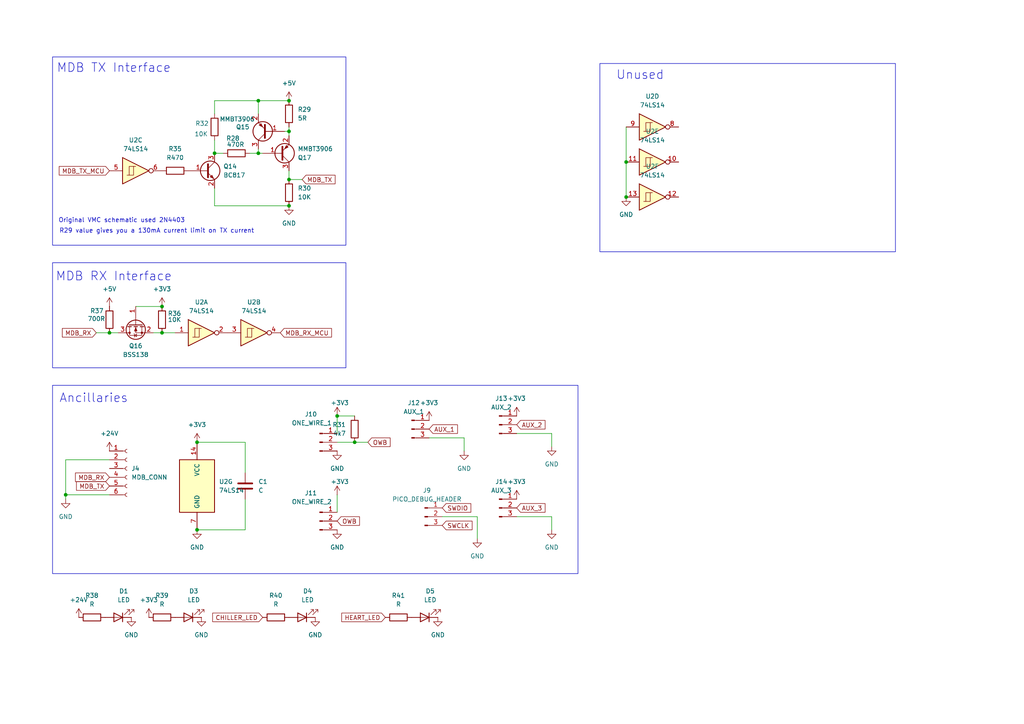
<source format=kicad_sch>
(kicad_sch (version 20250114) (generator "eeschema") (generator_version "9.0")
  (paper "A4")
  (lib_symbols
    (symbol "74xx:74LS14" (pin_names (offset 1.016))
      (property "Reference" "U" (at 0 1.27 0))
      (property "Value" "74LS14" (at 0 -1.27 0))
      (symbol "74LS14_1_0"
        (polyline (pts (xy -3.81 3.81) (xy -3.81 -3.81) (xy 3.81 0) (xy -3.81 3.81)) (stroke (width 0.254)) (fill (type background)))
        (pin input line (at -7.62 0 0) (length 3.81) (name "~") (number "1"))
        (pin output inverted (at 7.62 0 180) (length 3.81) (name "~") (number "2"))
      )
      (symbol "74LS14_1_1"
        (polyline (pts (xy -2.54 -1.27) (xy -0.635 -1.27) (xy -0.635 1.27) (xy 0 1.27)))
        (polyline (pts (xy -1.905 -1.27) (xy -1.905 1.27) (xy -0.635 1.27)))
      )
      (symbol "74LS14_2_0"
        (polyline (pts (xy -3.81 3.81) (xy -3.81 -3.81) (xy 3.81 0) (xy -3.81 3.81)) (stroke (width 0.254)) (fill (type background)))
        (pin input line (at -7.62 0 0) (length 3.81) (name "~") (number "3"))
        (pin output inverted (at 7.62 0 180) (length 3.81) (name "~") (number "4"))
      )
      (symbol "74LS14_2_1"
        (polyline (pts (xy -2.54 -1.27) (xy -0.635 -1.27) (xy -0.635 1.27) (xy 0 1.27)))
        (polyline (pts (xy -1.905 -1.27) (xy -1.905 1.27) (xy -0.635 1.27)))
      )
      (symbol "74LS14_3_0"
        (polyline (pts (xy -3.81 3.81) (xy -3.81 -3.81) (xy 3.81 0) (xy -3.81 3.81)) (stroke (width 0.254)) (fill (type background)))
        (pin input line (at -7.62 0 0) (length 3.81) (name "~") (number "5"))
        (pin output inverted (at 7.62 0 180) (length 3.81) (name "~") (number "6"))
      )
      (symbol "74LS14_3_1"
        (polyline (pts (xy -2.54 -1.27) (xy -0.635 -1.27) (xy -0.635 1.27) (xy 0 1.27)))
        (polyline (pts (xy -1.905 -1.27) (xy -1.905 1.27) (xy -0.635 1.27)))
      )
      (symbol "74LS14_4_0"
        (polyline (pts (xy -3.81 3.81) (xy -3.81 -3.81) (xy 3.81 0) (xy -3.81 3.81)) (stroke (width 0.254)) (fill (type background)))
        (pin input line (at -7.62 0 0) (length 3.81) (name "~") (number "9"))
        (pin output inverted (at 7.62 0 180) (length 3.81) (name "~") (number "8"))
      )
      (symbol "74LS14_4_1"
        (polyline (pts (xy -2.54 -1.27) (xy -0.635 -1.27) (xy -0.635 1.27) (xy 0 1.27)))
        (polyline (pts (xy -1.905 -1.27) (xy -1.905 1.27) (xy -0.635 1.27)))
      )
      (symbol "74LS14_5_0"
        (polyline (pts (xy -3.81 3.81) (xy -3.81 -3.81) (xy 3.81 0) (xy -3.81 3.81)) (stroke (width 0.254)) (fill (type background)))
        (pin input line (at -7.62 0 0) (length 3.81) (name "~") (number "11"))
        (pin output inverted (at 7.62 0 180) (length 3.81) (name "~") (number "10"))
      )
      (symbol "74LS14_5_1"
        (polyline (pts (xy -2.54 -1.27) (xy -0.635 -1.27) (xy -0.635 1.27) (xy 0 1.27)))
        (polyline (pts (xy -1.905 -1.27) (xy -1.905 1.27) (xy -0.635 1.27)))
      )
      (symbol "74LS14_6_0"
        (polyline (pts (xy -3.81 3.81) (xy -3.81 -3.81) (xy 3.81 0) (xy -3.81 3.81)) (stroke (width 0.254)) (fill (type background)))
        (pin input line (at -7.62 0 0) (length 3.81) (name "~") (number "13"))
        (pin output inverted (at 7.62 0 180) (length 3.81) (name "~") (number "12"))
      )
      (symbol "74LS14_6_1"
        (polyline (pts (xy -2.54 -1.27) (xy -0.635 -1.27) (xy -0.635 1.27) (xy 0 1.27)))
        (polyline (pts (xy -1.905 -1.27) (xy -1.905 1.27) (xy -0.635 1.27)))
      )
      (symbol "74LS14_7_0"
        (pin power_in line (at 0 12.7 270) (length 5.08) (name "VCC") (number "14"))
        (pin power_in line (at 0 -12.7 90) (length 5.08) (name "GND") (number "7"))
      )
      (symbol "74LS14_7_1"
        (rectangle (start -5.08 7.62) (end 5.08 -7.62) (stroke (width 0.254)) (fill (type background)))
      )
    )
    (symbol "Connector:Conn_01x03_Pin" (pin_names (offset 1.016) (hide yes))
      (property "Reference" "J" (at 0 5.08 0))
      (property "Value" "Conn_01x03_Pin" (at 0 -5.08 0))
      (symbol "Conn_01x03_Pin_1_1"
        (rectangle (start 0.8636 2.667) (end 0 2.413) (stroke (width 0.1524)) (fill (type outline)))
        (rectangle (start 0.8636 0.127) (end 0 -0.127) (stroke (width 0.1524)) (fill (type outline)))
        (rectangle (start 0.8636 -2.413) (end 0 -2.667) (stroke (width 0.1524)) (fill (type outline)))
        (polyline (pts (xy 1.27 2.54) (xy 0.8636 2.54)) (stroke (width 0.1524)))
        (polyline (pts (xy 1.27 0) (xy 0.8636 0)) (stroke (width 0.1524)))
        (polyline (pts (xy 1.27 -2.54) (xy 0.8636 -2.54)) (stroke (width 0.1524)))
        (pin passive line (at 5.08 2.54 180) (length 3.81) (name "Pin_1") (number "1"))
        (pin passive line (at 5.08 0 180) (length 3.81) (name "Pin_2") (number "2"))
        (pin passive line (at 5.08 -2.54 180) (length 3.81) (name "Pin_3") (number "3"))
      )
    )
    (symbol "Connector:Conn_01x06_Socket" (pin_names (offset 1.016) (hide yes))
      (property "Reference" "J" (at 0 7.62 0))
      (property "Value" "Conn_01x06_Socket" (at 0 -10.16 0))
      (symbol "Conn_01x06_Socket_1_1"
        (polyline (pts (xy -1.27 5.08) (xy -0.508 5.08)) (stroke (width 0.1524)))
        (polyline (pts (xy -1.27 2.54) (xy -0.508 2.54)) (stroke (width 0.1524)))
        (polyline (pts (xy -1.27 0) (xy -0.508 0)) (stroke (width 0.1524)))
        (polyline (pts (xy -1.27 -2.54) (xy -0.508 -2.54)) (stroke (width 0.1524)))
        (polyline (pts (xy -1.27 -5.08) (xy -0.508 -5.08)) (stroke (width 0.1524)))
        (polyline (pts (xy -1.27 -7.62) (xy -0.508 -7.62)) (stroke (width 0.1524)))
        (arc (start 0 4.572) (mid -0.5058 5.08) (end 0 5.588) (stroke (width 0.1524)))
        (arc (start 0 2.032) (mid -0.5058 2.54) (end 0 3.048) (stroke (width 0.1524)))
        (arc (start 0 -0.508) (mid -0.5058 0) (end 0 0.508) (stroke (width 0.1524)))
        (arc (start 0 -3.048) (mid -0.5058 -2.54) (end 0 -2.032) (stroke (width 0.1524)))
        (arc (start 0 -5.588) (mid -0.5058 -5.08) (end 0 -4.572) (stroke (width 0.1524)))
        (arc (start 0 -8.128) (mid -0.5058 -7.62) (end 0 -7.112) (stroke (width 0.1524)))
        (pin passive line (at -5.08 5.08 0) (length 3.81) (name "Pin_1") (number "1"))
        (pin passive line (at -5.08 2.54 0) (length 3.81) (name "Pin_2") (number "2"))
        (pin passive line (at -5.08 0 0) (length 3.81) (name "Pin_3") (number "3"))
        (pin passive line (at -5.08 -2.54 0) (length 3.81) (name "Pin_4") (number "4"))
        (pin passive line (at -5.08 -5.08 0) (length 3.81) (name "Pin_5") (number "5"))
        (pin passive line (at -5.08 -7.62 0) (length 3.81) (name "Pin_6") (number "6"))
      )
    )
    (symbol "Device:C" (pin_numbers (hide yes)) (pin_names (offset 0.254))
      (property "Reference" "C" (at 0.635 2.54 0))
      (property "Value" "C" (at 0.635 -2.54 0))
      (symbol "C_0_1"
        (polyline (pts (xy -2.032 0.762) (xy 2.032 0.762)) (stroke (width 0.508)))
        (polyline (pts (xy -2.032 -0.762) (xy 2.032 -0.762)) (stroke (width 0.508)))
      )
      (symbol "C_1_1"
        (pin passive line (at 0 3.81 270) (length 2.794) (name "~") (number "1"))
        (pin passive line (at 0 -3.81 90) (length 2.794) (name "~") (number "2"))
      )
    )
    (symbol "Device:LED" (pin_numbers (hide yes)) (pin_names (offset 1.016) (hide yes))
      (property "Reference" "D" (at 0 2.54 0))
      (property "Value" "LED" (at 0 -2.54 0))
      (symbol "LED_0_1"
        (polyline (pts (xy -3.048 -0.762) (xy -4.572 -2.286) (xy -3.81 -2.286) (xy -4.572 -2.286) (xy -4.572 -1.524)))
        (polyline (pts (xy -1.778 -0.762) (xy -3.302 -2.286) (xy -2.54 -2.286) (xy -3.302 -2.286) (xy -3.302 -1.524)))
        (polyline (pts (xy -1.27 0) (xy 1.27 0)))
        (polyline (pts (xy -1.27 -1.27) (xy -1.27 1.27)) (stroke (width 0.254)))
        (polyline (pts (xy 1.27 -1.27) (xy 1.27 1.27) (xy -1.27 0) (xy 1.27 -1.27)) (stroke (width 0.254)))
      )
      (symbol "LED_1_1"
        (pin passive line (at -3.81 0 0) (length 2.54) (name "K") (number "1"))
        (pin passive line (at 3.81 0 180) (length 2.54) (name "A") (number "2"))
      )
    )
    (symbol "Device:R" (pin_numbers (hide yes)) (pin_names (offset 0))
      (property "Reference" "R" (at 2.032 0 90))
      (property "Value" "R" (at 0 0 90))
      (symbol "R_0_1"
        (rectangle (start -1.016 -2.54) (end 1.016 2.54) (stroke (width 0.254)))
      )
      (symbol "R_1_1"
        (pin passive line (at 0 3.81 270) (length 1.27) (name "~") (number "1"))
        (pin passive line (at 0 -3.81 90) (length 1.27) (name "~") (number "2"))
      )
    )
    (symbol "GND_3" (power) (pin_numbers (hide yes)) (pin_names (offset 0) (hide yes))
      (property "Value" "GND" (at 0 -3.81 0))
      (symbol "GND_3_0_1"
        (polyline (pts (xy 0 0) (xy 0 -1.27) (xy 1.27 -1.27) (xy 0 -2.54) (xy -1.27 -1.27) (xy 0 -1.27)))
      )
      (symbol "GND_3_1_1"
        (pin power_in line (at 0 0 270) (length 0) (name "~") (number "1"))
      )
    )
    (symbol "GND_4" (power) (pin_numbers (hide yes)) (pin_names (offset 0) (hide yes))
      (property "Value" "GND" (at 0 -3.81 0))
      (symbol "GND_4_0_1"
        (polyline (pts (xy 0 0) (xy 0 -1.27) (xy 1.27 -1.27) (xy 0 -2.54) (xy -1.27 -1.27) (xy 0 -1.27)))
      )
      (symbol "GND_4_1_1"
        (pin power_in line (at 0 0 270) (length 0) (name "~") (number "1"))
      )
    )
    (symbol "Transistor_BJT:BC817" (pin_names (offset 0) (hide yes))
      (property "Reference" "Q" (at 5.08 1.905 0))
      (property "Value" "BC817" (at 5.08 0 0))
      (symbol "BC817_0_1"
        (polyline (pts (xy 0.635 1.905) (xy 0.635 -1.905) (xy 0.635 -1.905)) (stroke (width 0.508)))
        (polyline (pts (xy 0.635 0.635) (xy 2.54 2.54)))
        (polyline (pts (xy 0.635 -0.635) (xy 2.54 -2.54) (xy 2.54 -2.54)))
        (circle (center 1.27 0) (radius 2.8194) (stroke (width 0.254)))
        (polyline (pts (xy 1.27 -1.778) (xy 1.778 -1.27) (xy 2.286 -2.286) (xy 1.27 -1.778) (xy 1.27 -1.778)) (fill (type outline)))
      )
      (symbol "BC817_1_1"
        (pin input line (at -5.08 0 0) (length 5.715) (name "B") (number "1"))
        (pin passive line (at 2.54 5.08 270) (length 2.54) (name "C") (number "3"))
        (pin passive line (at 2.54 -5.08 90) (length 2.54) (name "E") (number "2"))
      )
    )
    (symbol "Transistor_BJT:MMBT3906" (pin_names (offset 0) (hide yes))
      (property "Reference" "Q" (at 5.08 1.905 0))
      (property "Value" "MMBT3906" (at 5.08 0 0))
      (symbol "MMBT3906_0_1"
        (polyline (pts (xy 0.635 1.905) (xy 0.635 -1.905) (xy 0.635 -1.905)) (stroke (width 0.508)))
        (polyline (pts (xy 0.635 0.635) (xy 2.54 2.54)))
        (polyline (pts (xy 0.635 -0.635) (xy 2.54 -2.54) (xy 2.54 -2.54)))
        (circle (center 1.27 0) (radius 2.8194) (stroke (width 0.254)))
        (polyline (pts (xy 2.286 -1.778) (xy 1.778 -2.286) (xy 1.27 -1.27) (xy 2.286 -1.778) (xy 2.286 -1.778)) (fill (type outline)))
      )
      (symbol "MMBT3906_1_1"
        (pin input line (at -5.08 0 0) (length 5.715) (name "B") (number "1"))
        (pin passive line (at 2.54 5.08 270) (length 2.54) (name "C") (number "3"))
        (pin passive line (at 2.54 -5.08 90) (length 2.54) (name "E") (number "2"))
      )
    )
    (symbol "Transistor_FET:BSS138" (pin_names (hide yes))
      (property "Reference" "Q" (at 5.08 1.905 0))
      (property "Value" "BSS138" (at 5.08 0 0))
      (symbol "BSS138_0_1"
        (polyline (pts (xy 0.254 1.905) (xy 0.254 -1.905)) (stroke (width 0.254)))
        (polyline (pts (xy 0.254 0) (xy -2.54 0)))
        (polyline (pts (xy 0.762 2.286) (xy 0.762 1.27)) (stroke (width 0.254)))
        (polyline (pts (xy 0.762 0.508) (xy 0.762 -0.508)) (stroke (width 0.254)))
        (polyline (pts (xy 0.762 -1.27) (xy 0.762 -2.286)) (stroke (width 0.254)))
        (polyline (pts (xy 0.762 -1.778) (xy 3.302 -1.778) (xy 3.302 1.778) (xy 0.762 1.778)))
        (polyline (pts (xy 1.016 0) (xy 2.032 0.381) (xy 2.032 -0.381) (xy 1.016 0)) (fill (type outline)))
        (circle (center 1.651 0) (radius 2.794) (stroke (width 0.254)))
        (polyline (pts (xy 2.54 2.54) (xy 2.54 1.778)))
        (circle (center 2.54 1.778) (radius 0.254) (fill (type outline)))
        (circle (center 2.54 -1.778) (radius 0.254) (fill (type outline)))
        (polyline (pts (xy 2.54 -2.54) (xy 2.54 0) (xy 0.762 0)))
        (polyline (pts (xy 2.794 0.508) (xy 2.921 0.381) (xy 3.683 0.381) (xy 3.81 0.254)))
        (polyline (pts (xy 3.302 0.381) (xy 2.921 -0.254) (xy 3.683 -0.254) (xy 3.302 0.381)))
      )
      (symbol "BSS138_1_1"
        (pin input line (at -5.08 0 0) (length 2.54) (name "G") (number "1"))
        (pin passive line (at 2.54 5.08 270) (length 2.54) (name "D") (number "3"))
        (pin passive line (at 2.54 -5.08 90) (length 2.54) (name "S") (number "2"))
      )
    )
    (symbol "power:+24V" (power) (pin_numbers (hide yes)) (pin_names (offset 0) (hide yes))
      (property "Value" "+24V" (at 0 3.556 0))
      (symbol "+24V_0_1"
        (polyline (pts (xy -0.762 1.27) (xy 0 2.54)))
        (polyline (pts (xy 0 2.54) (xy 0.762 1.27)))
        (polyline (pts (xy 0 0) (xy 0 2.54)))
      )
      (symbol "+24V_1_1"
        (pin power_in line (at 0 0 90) (length 0) (name "~") (number "1"))
      )
    )
    (symbol "power:+3V3" (power) (pin_numbers (hide yes)) (pin_names (offset 0) (hide yes))
      (property "Value" "+3V3" (at 0 3.556 0))
      (symbol "+3V3_0_1"
        (polyline (pts (xy -0.762 1.27) (xy 0 2.54)))
        (polyline (pts (xy 0 2.54) (xy 0.762 1.27)))
        (polyline (pts (xy 0 0) (xy 0 2.54)))
      )
      (symbol "+3V3_1_1"
        (pin power_in line (at 0 0 90) (length 0) (name "~") (number "1"))
      )
    )
    (symbol "power:+5V" (power) (pin_numbers (hide yes)) (pin_names (offset 0) (hide yes))
      (property "Value" "+5V" (at 0 3.556 0))
      (symbol "+5V_0_1"
        (polyline (pts (xy -0.762 1.27) (xy 0 2.54)))
        (polyline (pts (xy 0 2.54) (xy 0.762 1.27)))
        (polyline (pts (xy 0 0) (xy 0 2.54)))
      )
      (symbol "+5V_1_1"
        (pin power_in line (at 0 0 90) (length 0) (name "~") (number "1"))
      )
    )
    (symbol "power:GND" (power) (pin_numbers (hide yes)) (pin_names (offset 0) (hide yes))
      (property "Value" "GND" (at 0 -3.81 0))
      (symbol "GND_0_1"
        (polyline (pts (xy 0 0) (xy 0 -1.27) (xy 1.27 -1.27) (xy 0 -2.54) (xy -1.27 -1.27) (xy 0 -1.27)))
      )
      (symbol "GND_1_1"
        (pin power_in line (at 0 0 270) (length 0) (name "~") (number "1"))
      )
    )
  )
  (rectangle (start 173.99 18.415) (end 259.715 73.025))
  (rectangle (start 15.24 111.76) (end 167.64 166.37))
  (rectangle (start 15.24 76.2) (end 100.33 106.68))
  (rectangle (start 15.24 16.51) (end 100.33 71.12))
  (text "MDB RX Interface" (at 33.02 80.264 0) (effects (font (size 2.54 2.54))))
  (text "MDB TX Interface" (at 33.02 19.812 0) (effects (font (size 2.54 2.54))))
  (text "R29 value gives you a 130mA current limit on TX current" (at 45.466 67.056 0) (effects (font (size 1.27 1.27))))
  (text "Ancillaries" (at 27.178 115.57 0) (effects (font (size 2.54 2.54))))
  (text "Unused" (at 185.674 21.844 0) (effects (font (size 2.54 2.54))))
  (text "Original VMC schematic used 2N4403" (at 35.306 64.008 0) (effects (font (size 1.27 1.27))))
  (junction (at 181.61 57.15))
  (junction (at 102.87 128.27))
  (junction (at 97.79 120.65))
  (junction (at 83.82 52.07))
  (junction (at 83.82 29.21))
  (junction (at 83.82 38.1))
  (junction (at 74.93 44.45))
  (junction (at 74.93 29.21))
  (junction (at 83.82 59.69))
  (junction (at 57.15 128.27))
  (junction (at 62.23 44.45))
  (junction (at 57.15 153.67))
  (junction (at 19.05 143.51))
  (junction (at 31.75 96.52))
  (junction (at 46.99 88.9))
  (junction (at 181.61 46.99))
  (junction (at 46.99 96.52))
  (wire (pts (xy 97.79 120.65) (xy 97.79 125.73)))
  (wire (pts (xy 50.8 96.52) (xy 46.99 96.52)))
  (wire (pts (xy 97.79 143.51) (xy 97.79 148.59)))
  (wire (pts (xy 181.61 36.83) (xy 181.61 46.99)))
  (wire (pts (xy 83.82 52.07) (xy 87.63 52.07)))
  (wire (pts (xy 19.05 133.35) (xy 19.05 143.51)))
  (wire (pts (xy 124.46 127) (xy 134.62 127)))
  (wire (pts (xy 19.05 143.51) (xy 19.05 144.78)))
  (wire (pts (xy 46.99 96.52) (xy 44.45 96.52)))
  (wire (pts (xy 19.05 143.51) (xy 31.75 143.51)))
  (wire (pts (xy 97.79 120.65) (xy 102.87 120.65)))
  (wire (pts (xy 102.87 128.27) (xy 106.68 128.27)))
  (wire (pts (xy 31.75 96.52) (xy 34.29 96.52)))
  (wire (pts (xy 57.15 153.67) (xy 71.12 153.67)))
  (wire (pts (xy 160.02 125.73) (xy 160.02 129.54)))
  (wire (pts (xy 83.82 49.53) (xy 83.82 52.07)))
  (wire (pts (xy 149.86 149.86) (xy 160.02 149.86)))
  (wire (pts (xy 57.15 128.27) (xy 71.12 128.27)))
  (wire (pts (xy 72.39 44.45) (xy 74.93 44.45)))
  (wire (pts (xy 27.94 96.52) (xy 31.75 96.52)))
  (wire (pts (xy 62.23 40.64) (xy 62.23 44.45)))
  (wire (pts (xy 83.82 36.83) (xy 83.82 38.1)))
  (wire (pts (xy 62.23 59.69) (xy 83.82 59.69)))
  (wire (pts (xy 74.93 44.45) (xy 76.2 44.45)))
  (wire (pts (xy 134.62 127) (xy 134.62 130.81)))
  (wire (pts (xy 128.27 149.86) (xy 138.43 149.86)))
  (wire (pts (xy 83.82 29.21) (xy 74.93 29.21)))
  (wire (pts (xy 62.23 54.61) (xy 62.23 59.69)))
  (wire (pts (xy 39.37 88.9) (xy 46.99 88.9)))
  (wire (pts (xy 160.02 149.86) (xy 160.02 153.67)))
  (wire (pts (xy 19.05 133.35) (xy 31.75 133.35)))
  (wire (pts (xy 74.93 29.21) (xy 74.93 33.02)))
  (wire (pts (xy 82.55 38.1) (xy 83.82 38.1)))
  (wire (pts (xy 83.82 38.1) (xy 83.82 39.37)))
  (wire (pts (xy 71.12 128.27) (xy 71.12 137.16)))
  (wire (pts (xy 149.86 125.73) (xy 160.02 125.73)))
  (wire (pts (xy 62.23 29.21) (xy 62.23 33.02)))
  (wire (pts (xy 74.93 29.21) (xy 62.23 29.21)))
  (wire (pts (xy 74.93 43.18) (xy 74.93 44.45)))
  (wire (pts (xy 64.77 44.45) (xy 62.23 44.45)))
  (wire (pts (xy 97.79 128.27) (xy 102.87 128.27)))
  (wire (pts (xy 181.61 46.99) (xy 181.61 57.15)))
  (wire (pts (xy 71.12 144.78) (xy 71.12 153.67)))
  (wire (pts (xy 138.43 149.86) (xy 138.43 156.21)))
  (global_label "MDB_TX" (shape input) (at 31.75 140.97 180) (property "Intersheetrefs" "${INTERSHEET_REFS}" (effects (hide yes))))
  (global_label "MDB_RX" (shape input) (at 27.94 96.52 180) (property "Intersheetrefs" "${INTERSHEET_REFS}" (effects (hide yes))))
  (global_label "AUX_3" (shape input) (at 149.86 147.32 0) (property "Intersheetrefs" "${INTERSHEET_REFS}" (effects (hide yes))))
  (global_label "MDB_TX" (shape input) (at 87.63 52.07 0) (property "Intersheetrefs" "${INTERSHEET_REFS}" (effects (hide yes))))
  (global_label "AUX_2" (shape input) (at 149.86 123.19 0) (property "Intersheetrefs" "${INTERSHEET_REFS}" (effects (hide yes))))
  (global_label "OWB" (shape input) (at 106.68 128.27 0) (property "Intersheetrefs" "${INTERSHEET_REFS}" (effects (hide yes))))
  (global_label "MDB_RX_MCU" (shape input) (at 81.28 96.52 0) (property "Intersheetrefs" "${INTERSHEET_REFS}" (effects (hide yes))))
  (global_label "MDB_RX" (shape input) (at 31.75 138.43 180) (property "Intersheetrefs" "${INTERSHEET_REFS}" (effects (hide yes))))
  (global_label "CHILLER_LED" (shape input) (at 76.2 179.07 180) (property "Intersheetrefs" "${INTERSHEET_REFS}" (effects (hide yes))))
  (global_label "MDB_TX_MCU" (shape input) (at 31.75 49.53 180) (property "Intersheetrefs" "${INTERSHEET_REFS}" (effects (hide yes))))
  (global_label "SWCLK" (shape input) (at 128.27 152.4 0) (property "Intersheetrefs" "${INTERSHEET_REFS}" (effects (hide yes))))
  (global_label "AUX_1" (shape input) (at 124.46 124.46 0) (property "Intersheetrefs" "${INTERSHEET_REFS}" (effects (hide yes))))
  (global_label "OWB" (shape input) (at 97.79 151.13 0) (property "Intersheetrefs" "${INTERSHEET_REFS}" (effects (hide yes))))
  (global_label "SWDIO" (shape input) (at 128.27 147.32 0) (property "Intersheetrefs" "${INTERSHEET_REFS}" (effects (hide yes))))
  (global_label "HEART_LED" (shape input) (at 111.76 179.07 180) (property "Intersheetrefs" "${INTERSHEET_REFS}" (effects (hide yes))))
  (symbol (lib_id "74xx:74LS14") (at 189.23 57.15 0) (unit 6)
    (property "Reference" "U2" (at 189.23 48.26 0))
    (property "Value" "74LS14" (at 189.23 50.8 0))
    (property "Footprint" "Package_SO:SOIC-14_3.9x8.7mm_P1.27mm" (effects (hide yes)))
    (property "Datasheet" "http://www.ti.com/lit/gpn/sn74LS14" (effects (hide yes)))
    (property "Description" "Hex inverter schmitt trigger" (effects (hide yes)))
  )
  (symbol (lib_id "74xx:74LS14") (at 39.37 49.53 0) (unit 3)
    (property "Reference" "U2" (at 39.37 40.64 0))
    (property "Value" "74LS14" (at 39.37 43.18 0))
    (property "Footprint" "Package_SO:SOIC-14_3.9x8.7mm_P1.27mm" (effects (hide yes)))
    (property "Datasheet" "http://www.ti.com/lit/gpn/sn74LS14" (effects (hide yes)))
    (property "Description" "Hex inverter schmitt trigger" (effects (hide yes)))
  )
  (symbol (lib_id "power:+24V") (at 31.75 130.81 0) (unit 1)
    (property "Reference" "#PWR050" (effects (hide yes)))
    (property "Value" "+24V" (at 31.75 125.73 0))
    (property "Description" "Power symbol creates a global label with name \"+24V\"" (effects (hide yes)))
  )
  (symbol (lib_id "power:+3V3") (at 43.18 179.07 0) (unit 1)
    (property "Reference" "#PWR073" (effects (hide yes)))
    (property "Value" "+3V3" (at 43.18 173.99 0))
    (property "Description" "Power symbol creates a global label with name \"+3V3\"" (effects (hide yes)))
  )
  (symbol (lib_id "power:+3V3") (at 57.15 128.27 0) (unit 1)
    (property "Reference" "#PWR044" (effects (hide yes)))
    (property "Value" "+3V3" (at 57.15 123.19 0))
    (property "Description" "Power symbol creates a global label with name \"+3V3\"" (effects (hide yes)))
  )
  (symbol (lib_id "Device:R") (at 102.87 124.46 0) (mirror y) (unit 1)
    (property "Reference" "R31" (at 100.33 123.1899 0) (effects (justify left)))
    (property "Value" "4k7" (at 100.33 125.7299 0) (effects (justify left)))
    (property "Footprint" "Resistor_SMD:R_1206_3216Metric" (effects (hide yes)))
    (property "Description" "Resistor" (effects (hide yes)))
  )
  (symbol (lib_id "power:GND") (at 97.79 153.67 0) (unit 1)
    (property "Reference" "#PWR068" (effects (hide yes)))
    (property "Value" "GND" (at 97.79 158.75 0))
    (property "Description" "Power symbol creates a global label with name \"GND\" , ground" (effects (hide yes)))
  )
  (symbol (lib_id "power:+3V3") (at 97.79 120.65 0) (unit 1)
    (property "Reference" "#PWR067" (effects (hide yes)))
    (property "Value" "+3V3" (at 98.552 116.84 0))
    (property "Description" "Power symbol creates a global label with name \"+3V3\"" (effects (hide yes)))
  )
  (symbol (lib_id "power:GND") (at 38.1 179.07 0) (unit 1)
    (property "Reference" "#PWR069" (effects (hide yes)))
    (property "Value" "GND" (at 38.1 184.15 0))
    (property "Description" "Power symbol creates a global label with name \"GND\" , ground" (effects (hide yes)))
  )
  (symbol (lib_id "Connector:Conn_01x03_Pin") (at 92.71 151.13 0) (unit 1)
    (property "Reference" "J11" (at 90.17 143.002 0))
    (property "Value" "ONE_WIRE_2" (at 90.424 145.542 0))
    (property "Footprint" "Connector_JST:JST_PH_B3B-PH-K_1x03_P2.00mm_Vertical" (effects (hide yes)))
    (property "Description" "Generic connector, single row, 01x03, script generated" (effects (hide yes)))
  )
  (symbol (lib_id "Connector:Conn_01x03_Pin") (at 119.38 124.46 0) (unit 1)
    (property "Reference" "J12" (at 120.015 116.84 0))
    (property "Value" "AUX_1" (at 120.015 119.38 0))
    (property "Footprint" "Connector_JST:JST_PH_B3B-PH-K_1x03_P2.00mm_Vertical" (effects (hide yes)))
    (property "Description" "Generic connector, single row, 01x03, script generated" (effects (hide yes)))
  )
  (symbol (lib_id "power:+3V3") (at 149.86 120.65 0) (unit 1)
    (property "Reference" "#PWR077" (effects (hide yes)))
    (property "Value" "+3V3" (at 149.86 115.57 0))
    (property "Description" "Power symbol creates a global label with name \"+3V3\"" (effects (hide yes)))
  )
  (symbol (lib_id "power:GND") (at 91.44 179.07 0) (unit 1)
    (property "Reference" "#PWR071" (effects (hide yes)))
    (property "Value" "GND" (at 91.44 184.15 0))
    (property "Description" "Power symbol creates a global label with name \"GND\" , ground" (effects (hide yes)))
  )
  (symbol (lib_id "Connector:Conn_01x03_Pin") (at 123.19 149.86 0) (unit 1)
    (property "Reference" "J9" (at 123.825 142.24 0))
    (property "Value" "PICO_DEBUG_HEADER" (at 123.825 144.78 0))
    (property "Footprint" "Connector_PinSocket_2.54mm:PinSocket_1x03_P2.54mm_Vertical" (effects (hide yes)))
    (property "Description" "Generic connector, single row, 01x03, script generated" (effects (hide yes)))
  )
  (symbol (lib_id "Connector:Conn_01x03_Pin") (at 144.78 123.19 0) (unit 1)
    (property "Reference" "J13" (at 145.415 115.57 0))
    (property "Value" "AUX_2" (at 145.415 118.11 0))
    (property "Footprint" "Connector_JST:JST_PH_B3B-PH-K_1x03_P2.00mm_Vertical" (effects (hide yes)))
    (property "Description" "Generic connector, single row, 01x03, script generated" (effects (hide yes)))
  )
  (symbol (lib_id "Transistor_BJT:BC817") (at 59.69 49.53 0) (unit 1)
    (property "Reference" "Q14" (at 64.77 48.2599 0) (effects (justify left)))
    (property "Value" "BC817" (at 64.77 50.7999 0) (effects (justify left)))
    (property "Footprint" "Package_TO_SOT_SMD:SOT-23" (effects (hide yes)))
    (property "Datasheet" "https://www.onsemi.com/pub/Collateral/BC818-D.pdf" (effects (hide yes)))
    (property "Description" "0.8A Ic, 45V Vce, NPN Transistor, SOT-23" (effects (hide yes)))
  )
  (symbol (lib_id "Device:R") (at 83.82 33.02 0) (unit 1)
    (property "Reference" "R29" (at 86.36 31.7499 0) (effects (justify left)))
    (property "Value" "5R" (at 86.36 34.2899 0) (effects (justify left)))
    (property "Footprint" "Resistor_SMD:R_1206_3216Metric" (effects (hide yes)))
    (property "Description" "Resistor" (effects (hide yes)))
  )
  (symbol (lib_id "power:GND") (at 19.05 144.78 0) (unit 1)
    (property "Reference" "#PWR051" (effects (hide yes)))
    (property "Value" "GND" (at 19.05 149.86 0))
    (property "Description" "Power symbol creates a global label with name \"GND\" , ground" (effects (hide yes)))
  )
  (symbol (lib_id "Device:LED") (at 87.63 179.07 180) (unit 1)
    (property "Reference" "D4" (at 89.2175 171.45 0))
    (property "Value" "LED" (at 89.2175 173.99 0))
    (property "Footprint" "LED_SMD:LED_1206_3216Metric_Pad1.42x1.75mm_HandSolder" (effects (hide yes)))
    (property "Description" "Light emitting diode" (effects (hide yes)))
    (property "Sim.Pins" "1=K 2=A" (effects (hide yes)))
  )
  (symbol (lib_id "Transistor_BJT:MMBT3906") (at 81.28 44.45 0) (mirror x) (unit 1)
    (property "Reference" "Q17" (at 86.36 45.7201 0) (effects (justify left)))
    (property "Value" "MMBT3906" (at 86.36 43.1801 0) (effects (justify left)))
    (property "Footprint" "Package_TO_SOT_SMD:SOT-23" (effects (hide yes)))
    (property "Datasheet" "https://www.onsemi.com/pdf/datasheet/pzt3906-d.pdf" (effects (hide yes)))
    (property "Description" "-0.2A Ic, -40V Vce, Small Signal PNP Transistor, SOT-23" (effects (hide yes)))
  )
  (symbol (lib_id "power:+24V") (at 22.86 179.07 0) (unit 1)
    (property "Reference" "#PWR072" (effects (hide yes)))
    (property "Value" "+24V" (at 22.86 173.99 0))
    (property "Description" "Power symbol creates a global label with name \"+24V\"" (effects (hide yes)))
  )
  (symbol (lib_id "74xx:74LS14") (at 57.15 140.97 0) (unit 7)
    (property "Reference" "U2" (at 63.5 139.6999 0) (effects (justify left)))
    (property "Value" "74LS14" (at 63.5 142.2399 0) (effects (justify left)))
    (property "Footprint" "Package_SO:SOIC-14_3.9x8.7mm_P1.27mm" (effects (hide yes)))
    (property "Datasheet" "http://www.ti.com/lit/gpn/sn74LS14" (effects (hide yes)))
    (property "Description" "Hex inverter schmitt trigger" (effects (hide yes)))
  )
  (symbol (lib_id "power:+3V3") (at 97.79 143.51 0) (unit 1)
    (property "Reference" "#PWR065" (effects (hide yes)))
    (property "Value" "+3V3" (at 98.552 139.7 0))
    (property "Description" "Power symbol creates a global label with name \"+3V3\"" (effects (hide yes)))
  )
  (symbol (lib_id "Device:LED") (at 123.19 179.07 180) (unit 1)
    (property "Reference" "D5" (at 124.7775 171.45 0))
    (property "Value" "LED" (at 124.7775 173.99 0))
    (property "Footprint" "LED_SMD:LED_1206_3216Metric_Pad1.42x1.75mm_HandSolder" (effects (hide yes)))
    (property "Description" "Light emitting diode" (effects (hide yes)))
    (property "Sim.Pins" "1=K 2=A" (effects (hide yes)))
  )
  (symbol (lib_id "Transistor_FET:BSS138") (at 39.37 93.98 90) (mirror x) (unit 1)
    (property "Reference" "Q16" (at 39.37 100.33 90))
    (property "Value" "BSS138" (at 39.37 102.87 90))
    (property "Footprint" "Package_TO_SOT_SMD:SOT-23" (effects (hide yes)))
    (property "Datasheet" "https://www.onsemi.com/pub/Collateral/BSS138-D.PDF" (effects (hide yes)))
    (property "Description" "50V Vds, 0.22A Id, N-Channel MOSFET, SOT-23" (effects (hide yes)))
  )
  (symbol (lib_id "Device:C") (at 71.12 140.97 0) (unit 1)
    (property "Reference" "C1" (at 74.93 139.6999 0) (effects (justify left)))
    (property "Value" "C" (at 74.93 142.2399 0) (effects (justify left)))
    (property "Footprint" "Capacitor_SMD:C_1206_3216Metric" (effects (hide yes)))
    (property "Description" "Unpolarized capacitor" (effects (hide yes)))
  )
  (symbol (lib_id "power:GND") (at 58.42 179.07 0) (unit 1)
    (property "Reference" "#PWR070" (effects (hide yes)))
    (property "Value" "GND" (at 58.42 184.15 0))
    (property "Description" "Power symbol creates a global label with name \"GND\" , ground" (effects (hide yes)))
  )
  (symbol (lib_id "Device:R") (at 26.67 179.07 90) (unit 1)
    (property "Reference" "R38" (at 26.67 172.72 90))
    (property "Value" "R" (at 26.67 175.26 90))
    (property "Footprint" "Resistor_SMD:R_1206_3216Metric" (effects (hide yes)))
    (property "Description" "Resistor" (effects (hide yes)))
  )
  (symbol (lib_id "Connector:Conn_01x03_Pin") (at 92.71 128.27 0) (unit 1)
    (property "Reference" "J10" (at 90.17 120.142 0))
    (property "Value" "ONE_WIRE_1" (at 90.424 122.682 0))
    (property "Footprint" "Connector_JST:JST_PH_B3B-PH-K_1x03_P2.00mm_Vertical" (effects (hide yes)))
    (property "Description" "Generic connector, single row, 01x03, script generated" (effects (hide yes)))
  )
  (symbol (lib_id "Device:R") (at 115.57 179.07 90) (unit 1)
    (property "Reference" "R41" (at 115.57 172.72 90))
    (property "Value" "R" (at 115.57 175.26 90))
    (property "Footprint" "Resistor_SMD:R_1206_3216Metric" (effects (hide yes)))
    (property "Description" "Resistor" (effects (hide yes)))
  )
  (symbol (lib_id "power:+5V") (at 83.82 29.21 0) (unit 1)
    (property "Reference" "#PWR042" (effects (hide yes)))
    (property "Value" "+5V" (at 83.82 24.13 0))
    (property "Description" "Power symbol creates a global label with name \"+5V\"" (effects (hide yes)))
  )
  (symbol (lib_id "Connector:Conn_01x03_Pin") (at 144.78 147.32 0) (unit 1)
    (property "Reference" "J14" (at 145.415 139.7 0))
    (property "Value" "AUX_3" (at 145.415 142.24 0))
    (property "Footprint" "Connector_JST:JST_PH_B3B-PH-K_1x03_P2.00mm_Vertical" (effects (hide yes)))
    (property "Description" "Generic connector, single row, 01x03, script generated" (effects (hide yes)))
  )
  (symbol (lib_id "Device:R") (at 50.8 49.53 90) (unit 1)
    (property "Reference" "R35" (at 50.8 43.18 90))
    (property "Value" "R470" (at 50.8 45.72 90))
    (property "Footprint" "Resistor_SMD:R_1206_3216Metric" (effects (hide yes)))
    (property "Description" "Resistor" (effects (hide yes)))
  )
  (symbol (lib_id "74xx:74LS14") (at 58.42 96.52 0) (unit 1)
    (property "Reference" "U2" (at 58.42 87.63 0))
    (property "Value" "74LS14" (at 58.42 90.17 0))
    (property "Footprint" "Package_SO:SOIC-14_3.9x8.7mm_P1.27mm" (effects (hide yes)))
    (property "Datasheet" "http://www.ti.com/lit/gpn/sn74LS14" (effects (hide yes)))
    (property "Description" "Hex inverter schmitt trigger" (effects (hide yes)))
  )
  (symbol (lib_name "GND_3") (lib_id "power:GND") (at 134.62 130.81 0) (unit 1)
    (property "Reference" "#PWR075" (effects (hide yes)))
    (property "Value" "GND" (at 134.62 135.89 0))
    (property "Description" "Power symbol creates a global label with name \"GND\" , ground" (effects (hide yes)))
  )
  (symbol (lib_id "Device:LED") (at 54.61 179.07 180) (unit 1)
    (property "Reference" "D3" (at 56.1975 171.45 0))
    (property "Value" "LED" (at 56.1975 173.99 0))
    (property "Footprint" "LED_SMD:LED_1206_3216Metric_Pad1.42x1.75mm_HandSolder" (effects (hide yes)))
    (property "Description" "Light emitting diode" (effects (hide yes)))
    (property "Sim.Pins" "1=K 2=A" (effects (hide yes)))
  )
  (symbol (lib_name "GND_3") (lib_id "power:GND") (at 160.02 153.67 0) (unit 1)
    (property "Reference" "#PWR080" (effects (hide yes)))
    (property "Value" "GND" (at 160.02 158.75 0))
    (property "Description" "Power symbol creates a global label with name \"GND\" , ground" (effects (hide yes)))
  )
  (symbol (lib_name "GND_3") (lib_id "power:GND") (at 160.02 129.54 0) (unit 1)
    (property "Reference" "#PWR078" (effects (hide yes)))
    (property "Value" "GND" (at 160.02 134.62 0))
    (property "Description" "Power symbol creates a global label with name \"GND\" , ground" (effects (hide yes)))
  )
  (symbol (lib_id "power:+5V") (at 31.75 88.9 0) (unit 1)
    (property "Reference" "#PWR063" (effects (hide yes)))
    (property "Value" "+5V" (at 31.75 83.82 0))
    (property "Description" "Power symbol creates a global label with name \"+5V\"" (effects (hide yes)))
  )
  (symbol (lib_id "power:+3V3") (at 124.46 121.92 0) (unit 1)
    (property "Reference" "#PWR076" (effects (hide yes)))
    (property "Value" "+3V3" (at 124.46 116.84 0))
    (property "Description" "Power symbol creates a global label with name \"+3V3\"" (effects (hide yes)))
  )
  (symbol (lib_id "Device:LED") (at 34.29 179.07 180) (unit 1)
    (property "Reference" "D1" (at 35.8775 171.45 0))
    (property "Value" "LED" (at 35.8775 173.99 0))
    (property "Footprint" "LED_SMD:LED_1206_3216Metric_Pad1.42x1.75mm_HandSolder" (effects (hide yes)))
    (property "Description" "Light emitting diode" (effects (hide yes)))
    (property "Sim.Pins" "1=K 2=A" (effects (hide yes)))
  )
  (symbol (lib_id "Device:R") (at 62.23 36.83 0) (unit 1)
    (property "Reference" "R32" (at 56.642 35.814 0) (effects (justify left)))
    (property "Value" "10K" (at 56.388 38.862 0) (effects (justify left)))
    (property "Footprint" "Resistor_SMD:R_1206_3216Metric" (effects (hide yes)))
    (property "Description" "Resistor" (effects (hide yes)))
  )
  (symbol (lib_id "Device:R") (at 31.75 92.71 0) (unit 1)
    (property "Reference" "R37" (at 26.162 90.17 0) (effects (justify left)))
    (property "Value" "700R" (at 25.4 92.456 0) (effects (justify left)))
    (property "Footprint" "Resistor_SMD:R_1206_3216Metric" (effects (hide yes)))
    (property "Description" "Resistor" (effects (hide yes)))
  )
  (symbol (lib_id "Device:R") (at 46.99 92.71 180) (unit 1)
    (property "Reference" "R36" (at 52.578 90.932 0) (effects (justify left)))
    (property "Value" "10K" (at 52.578 92.71 0) (effects (justify left)))
    (property "Footprint" "Resistor_SMD:R_1206_3216Metric" (effects (hide yes)))
    (property "Description" "Resistor" (effects (hide yes)))
  )
  (symbol (lib_id "Device:R") (at 80.01 179.07 90) (unit 1)
    (property "Reference" "R40" (at 80.01 172.72 90))
    (property "Value" "R" (at 80.01 175.26 90))
    (property "Footprint" "Resistor_SMD:R_1206_3216Metric" (effects (hide yes)))
    (property "Description" "Resistor" (effects (hide yes)))
  )
  (symbol (lib_id "power:GND") (at 97.79 130.81 0) (unit 1)
    (property "Reference" "#PWR066" (effects (hide yes)))
    (property "Value" "GND" (at 97.79 135.89 0))
    (property "Description" "Power symbol creates a global label with name \"GND\" , ground" (effects (hide yes)))
  )
  (symbol (lib_id "Device:R") (at 46.99 179.07 90) (unit 1)
    (property "Reference" "R39" (at 46.99 172.72 90))
    (property "Value" "R" (at 46.99 175.26 90))
    (property "Footprint" "Resistor_SMD:R_1206_3216Metric" (effects (hide yes)))
    (property "Description" "Resistor" (effects (hide yes)))
  )
  (symbol (lib_id "power:+3V3") (at 149.86 144.78 0) (unit 1)
    (property "Reference" "#PWR079" (effects (hide yes)))
    (property "Value" "+3V3" (at 149.86 139.7 0))
    (property "Description" "Power symbol creates a global label with name \"+3V3\"" (effects (hide yes)))
  )
  (symbol (lib_id "power:GND") (at 127 179.07 0) (unit 1)
    (property "Reference" "#PWR074" (effects (hide yes)))
    (property "Value" "GND" (at 127 184.15 0))
    (property "Description" "Power symbol creates a global label with name \"GND\" , ground" (effects (hide yes)))
  )
  (symbol (lib_id "power:+3V3") (at 46.99 88.9 0) (unit 1)
    (property "Reference" "#PWR062" (effects (hide yes)))
    (property "Value" "+3V3" (at 46.99 83.82 0))
    (property "Description" "Power symbol creates a global label with name \"+3V3\"" (effects (hide yes)))
  )
  (symbol (lib_id "Transistor_BJT:MMBT3906") (at 77.47 38.1 180) (unit 1)
    (property "Reference" "Q15" (at 72.39 36.83 0) (effects (justify left)))
    (property "Value" "MMBT3906" (at 73.914 34.544 0) (effects (justify left)))
    (property "Footprint" "Package_TO_SOT_SMD:SOT-23" (effects (hide yes)))
    (property "Datasheet" "https://www.onsemi.com/pdf/datasheet/pzt3906-d.pdf" (effects (hide yes)))
    (property "Description" "-0.2A Ic, -40V Vce, Small Signal PNP Transistor, SOT-23" (effects (hide yes)))
  )
  (symbol (lib_name "GND_3") (lib_id "power:GND") (at 57.15 153.67 0) (unit 1)
    (property "Reference" "#PWR046" (effects (hide yes)))
    (property "Value" "GND" (at 57.15 158.75 0))
    (property "Description" "Power symbol creates a global label with name \"GND\" , ground" (effects (hide yes)))
  )
  (symbol (lib_id "Device:R") (at 83.82 55.88 180) (unit 1)
    (property "Reference" "R30" (at 86.36 54.6099 0) (effects (justify right)))
    (property "Value" "10K" (at 86.36 57.1499 0) (effects (justify right)))
    (property "Footprint" "Resistor_SMD:R_1206_3216Metric" (effects (hide yes)))
    (property "Description" "Resistor" (effects (hide yes)))
  )
  (symbol (lib_name "GND_3") (lib_id "power:GND") (at 138.43 156.21 0) (unit 1)
    (property "Reference" "#PWR047" (effects (hide yes)))
    (property "Value" "GND" (at 138.43 161.29 0))
    (property "Description" "Power symbol creates a global label with name \"GND\" , ground" (effects (hide yes)))
  )
  (symbol (lib_id "74xx:74LS14") (at 189.23 36.83 0) (unit 4)
    (property "Reference" "U2" (at 189.23 27.94 0))
    (property "Value" "74LS14" (at 189.23 30.48 0))
    (property "Footprint" "Package_SO:SOIC-14_3.9x8.7mm_P1.27mm" (effects (hide yes)))
    (property "Datasheet" "http://www.ti.com/lit/gpn/sn74LS14" (effects (hide yes)))
    (property "Description" "Hex inverter schmitt trigger" (effects (hide yes)))
  )
  (symbol (lib_id "Connector:Conn_01x06_Socket") (at 36.83 135.89 0) (unit 1)
    (property "Reference" "J4" (at 38.1 135.8899 0) (effects (justify left)))
    (property "Value" "MDB_CONN" (at 38.1 138.4299 0) (effects (justify left)))
    (property "Footprint" "Connector_Molex:Molex_Mini-Fit_Jr_5566-06A_2x03_P4.20mm_Vertical" (effects (hide yes)))
    (property "Datasheet" "WM3802-ND Digikey (vertical)" (effects (hide yes)))
    (property "Description" "Generic connector, single row, 01x06, script generated" (effects (hide yes)))
  )
  (symbol (lib_name "GND_4") (lib_id "power:GND") (at 83.82 59.69 0) (unit 1)
    (property "Reference" "#PWR045" (effects (hide yes)))
    (property "Value" "GND" (at 83.82 64.77 0))
    (property "Description" "Power symbol creates a global label with name \"GND\" , ground" (effects (hide yes)))
  )
  (symbol (lib_id "74xx:74LS14") (at 189.23 46.99 0) (unit 5)
    (property "Reference" "U2" (at 189.23 38.1 0))
    (property "Value" "74LS14" (at 189.23 40.64 0))
    (property "Footprint" "Package_SO:SOIC-14_3.9x8.7mm_P1.27mm" (effects (hide yes)))
    (property "Datasheet" "http://www.ti.com/lit/gpn/sn74LS14" (effects (hide yes)))
    (property "Description" "Hex inverter schmitt trigger" (effects (hide yes)))
  )
  (symbol (lib_id "74xx:74LS14") (at 73.66 96.52 0) (unit 2)
    (property "Reference" "U2" (at 73.66 87.63 0))
    (property "Value" "74LS14" (at 73.66 90.17 0))
    (property "Footprint" "Package_SO:SOIC-14_3.9x8.7mm_P1.27mm" (effects (hide yes)))
    (property "Datasheet" "http://www.ti.com/lit/gpn/sn74LS14" (effects (hide yes)))
    (property "Description" "Hex inverter schmitt trigger" (effects (hide yes)))
  )
  (symbol (lib_id "Device:R") (at 68.58 44.45 90) (unit 1)
    (property "Reference" "R28" (at 67.564 40.132 90))
    (property "Value" "470R" (at 68.326 41.91 90))
    (property "Footprint" "Resistor_SMD:R_1206_3216Metric" (effects (hide yes)))
    (property "Description" "Resistor" (effects (hide yes)))
  )
  (symbol (lib_id "power:GND") (at 181.61 57.15 0) (unit 1)
    (property "Reference" "#PWR043" (effects (hide yes)))
    (property "Value" "GND" (at 181.61 62.23 0))
    (property "Description" "Power symbol creates a global label with name \"GND\" , ground" (effects (hide yes)))
  )
)
</source>
